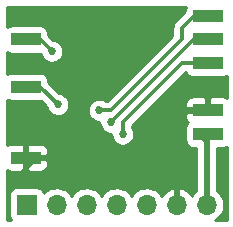
<source format=gbr>
G04 #@! TF.FileFunction,Copper,L1,Top,Signal*
%FSLAX46Y46*%
G04 Gerber Fmt 4.6, Leading zero omitted, Abs format (unit mm)*
G04 Created by KiCad (PCBNEW 4.0.7) date Friday, 11 May 2018 'PMt' 12:15:21 PM*
%MOMM*%
%LPD*%
G01*
G04 APERTURE LIST*
%ADD10C,0.100000*%
%ADD11R,2.500000X1.100000*%
%ADD12R,1.700000X1.700000*%
%ADD13O,1.700000X1.700000*%
%ADD14C,0.685800*%
%ADD15C,0.250000*%
%ADD16C,0.300000*%
%ADD17C,0.500000*%
%ADD18C,0.152400*%
%ADD19C,0.254000*%
G04 APERTURE END LIST*
D10*
D11*
X142300000Y-105500000D03*
X142300000Y-109500000D03*
X142300000Y-115500000D03*
X157700000Y-113500000D03*
X157700000Y-111500000D03*
X157700000Y-107500000D03*
X157700000Y-105500000D03*
X157700000Y-103500000D03*
D12*
X142375000Y-119500000D03*
D13*
X144915000Y-119500000D03*
X147455000Y-119500000D03*
X149995000Y-119500000D03*
X152535000Y-119500000D03*
X155075000Y-119500000D03*
X157615000Y-119500000D03*
D14*
X144500000Y-106500000D03*
X145000000Y-111000000D03*
X148500000Y-111500000D03*
X149500000Y-112500000D03*
X152750000Y-112250000D03*
X141500000Y-107500000D03*
X141500000Y-111500000D03*
X141500000Y-113250000D03*
X141500000Y-117250000D03*
X148500000Y-106500000D03*
X141500000Y-103000000D03*
X143250000Y-103000000D03*
X145000000Y-103000000D03*
X146750000Y-103000000D03*
X148500000Y-103000000D03*
X150250000Y-103000000D03*
X152000000Y-103000000D03*
X153750000Y-103000000D03*
X155500000Y-103000000D03*
X155500000Y-109500000D03*
X158750000Y-109500000D03*
X158750000Y-116750000D03*
X158750000Y-115000000D03*
X155500000Y-111500000D03*
X153800000Y-115500000D03*
X146200000Y-115500000D03*
X150500000Y-113500000D03*
D15*
X143000000Y-105500000D02*
X143500000Y-105500000D01*
D16*
X143500000Y-105500000D02*
X144500000Y-106500000D01*
X143500000Y-109500000D02*
X145000000Y-111000000D01*
D15*
X143000000Y-109500000D02*
X143500000Y-109500000D01*
D16*
X149500000Y-111500000D02*
X148500000Y-111500000D01*
X155500000Y-105500000D02*
X149500000Y-111500000D01*
X155500000Y-104500000D02*
X155500000Y-105500000D01*
X156500000Y-103500000D02*
X155500000Y-104500000D01*
X157000000Y-103500000D02*
X156500000Y-103500000D01*
X157000000Y-105500000D02*
X156500000Y-105500000D01*
X156500000Y-105500000D02*
X149500000Y-112500000D01*
D17*
X157000000Y-111500000D02*
X155500000Y-111500000D01*
D16*
X155500000Y-111500000D02*
X153500000Y-111500000D01*
X153500000Y-111500000D02*
X152750000Y-112250000D01*
X141500000Y-113250000D02*
X141500000Y-111500000D01*
X143000000Y-115500000D02*
X143000000Y-115750000D01*
X143000000Y-115750000D02*
X141500000Y-117250000D01*
X141500000Y-103000000D02*
X145000000Y-103000000D01*
X145000000Y-103000000D02*
X148500000Y-106500000D01*
X145000000Y-103000000D02*
X143250000Y-103000000D01*
X148500000Y-103000000D02*
X146750000Y-103000000D01*
X152000000Y-103000000D02*
X150250000Y-103000000D01*
X155500000Y-103000000D02*
X153750000Y-103000000D01*
X158750000Y-109500000D02*
X155500000Y-109500000D01*
X158750000Y-115000000D02*
X158750000Y-116750000D01*
X153800000Y-115500000D02*
X153800000Y-113200000D01*
X153800000Y-113200000D02*
X155500000Y-111500000D01*
D17*
X143000000Y-115500000D02*
X146200000Y-115500000D01*
X157615000Y-119500000D02*
X157615000Y-114115000D01*
X157615000Y-114115000D02*
X157000000Y-113500000D01*
D16*
X150500000Y-112500000D02*
X150500000Y-113500000D01*
X155500000Y-107500000D02*
X150500000Y-112500000D01*
X157000000Y-107500000D02*
X155500000Y-107500000D01*
D18*
X157000000Y-107500000D02*
X156500000Y-107500000D01*
D19*
G36*
X159290000Y-120790000D02*
X158351197Y-120790000D01*
X158428131Y-120749780D01*
X158654000Y-120568177D01*
X158840294Y-120346161D01*
X158979916Y-120092189D01*
X159067549Y-119815934D01*
X159099855Y-119527919D01*
X159100000Y-119507185D01*
X159100000Y-119492815D01*
X159071718Y-119204377D01*
X158987951Y-118926925D01*
X158851888Y-118671029D01*
X158668713Y-118446433D01*
X158500000Y-118306862D01*
X158500000Y-114688072D01*
X158950000Y-114688072D01*
X159051121Y-114680008D01*
X159222634Y-114626894D01*
X159290000Y-114582503D01*
X159290000Y-120790000D01*
X159290000Y-120790000D01*
G37*
X159290000Y-120790000D02*
X158351197Y-120790000D01*
X158428131Y-120749780D01*
X158654000Y-120568177D01*
X158840294Y-120346161D01*
X158979916Y-120092189D01*
X159067549Y-119815934D01*
X159099855Y-119527919D01*
X159100000Y-119507185D01*
X159100000Y-119492815D01*
X159071718Y-119204377D01*
X158987951Y-118926925D01*
X158851888Y-118671029D01*
X158668713Y-118446433D01*
X158500000Y-118306862D01*
X158500000Y-114688072D01*
X158950000Y-114688072D01*
X159051121Y-114680008D01*
X159222634Y-114626894D01*
X159290000Y-114582503D01*
X159290000Y-120790000D01*
G36*
X155837190Y-102772237D02*
X155811928Y-102950000D01*
X155811928Y-103077914D01*
X154944921Y-103944921D01*
X154898885Y-104000966D01*
X154852286Y-104056501D01*
X154850298Y-104060117D01*
X154847677Y-104063308D01*
X154813394Y-104127245D01*
X154778479Y-104190756D01*
X154777232Y-104194688D01*
X154775280Y-104198328D01*
X154754089Y-104267641D01*
X154732154Y-104336789D01*
X154731693Y-104340897D01*
X154730488Y-104344839D01*
X154723164Y-104416944D01*
X154715077Y-104489040D01*
X154715020Y-104497109D01*
X154715005Y-104497260D01*
X154715018Y-104497400D01*
X154715000Y-104500000D01*
X154715000Y-105174842D01*
X149174842Y-110715000D01*
X149085036Y-110715000D01*
X148967364Y-110635629D01*
X148790572Y-110561313D01*
X148602713Y-110522751D01*
X148410942Y-110521412D01*
X148222562Y-110557347D01*
X148044750Y-110629188D01*
X147884279Y-110734198D01*
X147747260Y-110868376D01*
X147638913Y-111026613D01*
X147563364Y-111202882D01*
X147523492Y-111390467D01*
X147520814Y-111582225D01*
X147555433Y-111770850D01*
X147626031Y-111949159D01*
X147729918Y-112110360D01*
X147863137Y-112248312D01*
X148020613Y-112357761D01*
X148196350Y-112434539D01*
X148383652Y-112475720D01*
X148522261Y-112478623D01*
X148520814Y-112582225D01*
X148555433Y-112770850D01*
X148626031Y-112949159D01*
X148729918Y-113110360D01*
X148863137Y-113248312D01*
X149020613Y-113357761D01*
X149196350Y-113434539D01*
X149383652Y-113475720D01*
X149522261Y-113478623D01*
X149520814Y-113582225D01*
X149555433Y-113770850D01*
X149626031Y-113949159D01*
X149729918Y-114110360D01*
X149863137Y-114248312D01*
X150020613Y-114357761D01*
X150196350Y-114434539D01*
X150383652Y-114475720D01*
X150575387Y-114479736D01*
X150764249Y-114446434D01*
X150943047Y-114377083D01*
X151104969Y-114274325D01*
X151243848Y-114142072D01*
X151354394Y-113985363D01*
X151432396Y-113810167D01*
X151474884Y-113623156D01*
X151477942Y-113404112D01*
X151440693Y-113215988D01*
X151367613Y-113038682D01*
X151285000Y-112914341D01*
X151285000Y-112825158D01*
X153222700Y-110887458D01*
X155815000Y-110887458D01*
X155815000Y-111214250D01*
X155973750Y-111373000D01*
X157573000Y-111373000D01*
X157573000Y-110473750D01*
X157414250Y-110315000D01*
X156387458Y-110315000D01*
X156264777Y-110339403D01*
X156149215Y-110387270D01*
X156045211Y-110456763D01*
X155956763Y-110545211D01*
X155887270Y-110649215D01*
X155839403Y-110764777D01*
X155815000Y-110887458D01*
X153222700Y-110887458D01*
X155825158Y-108285000D01*
X155861452Y-108285000D01*
X155873106Y-108322634D01*
X155971900Y-108472559D01*
X156108550Y-108589025D01*
X156272237Y-108662810D01*
X156450000Y-108688072D01*
X158950000Y-108688072D01*
X159051121Y-108680008D01*
X159222634Y-108626894D01*
X159290000Y-108582503D01*
X159290000Y-110413473D01*
X159250785Y-110387270D01*
X159135223Y-110339403D01*
X159012542Y-110315000D01*
X157985750Y-110315000D01*
X157827000Y-110473750D01*
X157827000Y-111373000D01*
X157847000Y-111373000D01*
X157847000Y-111627000D01*
X157827000Y-111627000D01*
X157827000Y-111647000D01*
X157573000Y-111647000D01*
X157573000Y-111627000D01*
X155973750Y-111627000D01*
X155815000Y-111785750D01*
X155815000Y-112112542D01*
X155839403Y-112235223D01*
X155887270Y-112350785D01*
X155956763Y-112454789D01*
X156002793Y-112500819D01*
X155910975Y-112608550D01*
X155837190Y-112772237D01*
X155811928Y-112950000D01*
X155811928Y-114050000D01*
X155819992Y-114151121D01*
X155873106Y-114322634D01*
X155971900Y-114472559D01*
X156108550Y-114589025D01*
X156272237Y-114662810D01*
X156450000Y-114688072D01*
X156730000Y-114688072D01*
X156730000Y-118308004D01*
X156576000Y-118431823D01*
X156389706Y-118653839D01*
X156342400Y-118739889D01*
X156270178Y-118618645D01*
X156075269Y-118402412D01*
X155841920Y-118228359D01*
X155579099Y-118103175D01*
X155431890Y-118058524D01*
X155202000Y-118179845D01*
X155202000Y-119373000D01*
X155222000Y-119373000D01*
X155222000Y-119627000D01*
X155202000Y-119627000D01*
X155202000Y-119647000D01*
X154948000Y-119647000D01*
X154948000Y-119627000D01*
X154928000Y-119627000D01*
X154928000Y-119373000D01*
X154948000Y-119373000D01*
X154948000Y-118179845D01*
X154718110Y-118058524D01*
X154570901Y-118103175D01*
X154308080Y-118228359D01*
X154074731Y-118402412D01*
X153879822Y-118618645D01*
X153808077Y-118739090D01*
X153771888Y-118671029D01*
X153588713Y-118446433D01*
X153365401Y-118261694D01*
X153110461Y-118123848D01*
X152833601Y-118038146D01*
X152545367Y-118007851D01*
X152256739Y-118034118D01*
X151978709Y-118115947D01*
X151721869Y-118250220D01*
X151496000Y-118431823D01*
X151309706Y-118653839D01*
X151265502Y-118734247D01*
X151231888Y-118671029D01*
X151048713Y-118446433D01*
X150825401Y-118261694D01*
X150570461Y-118123848D01*
X150293601Y-118038146D01*
X150005367Y-118007851D01*
X149716739Y-118034118D01*
X149438709Y-118115947D01*
X149181869Y-118250220D01*
X148956000Y-118431823D01*
X148769706Y-118653839D01*
X148725502Y-118734247D01*
X148691888Y-118671029D01*
X148508713Y-118446433D01*
X148285401Y-118261694D01*
X148030461Y-118123848D01*
X147753601Y-118038146D01*
X147465367Y-118007851D01*
X147176739Y-118034118D01*
X146898709Y-118115947D01*
X146641869Y-118250220D01*
X146416000Y-118431823D01*
X146229706Y-118653839D01*
X146185502Y-118734247D01*
X146151888Y-118671029D01*
X145968713Y-118446433D01*
X145745401Y-118261694D01*
X145490461Y-118123848D01*
X145213601Y-118038146D01*
X144925367Y-118007851D01*
X144636739Y-118034118D01*
X144358709Y-118115947D01*
X144101869Y-118250220D01*
X143876000Y-118431823D01*
X143834189Y-118481651D01*
X143801894Y-118377366D01*
X143703100Y-118227441D01*
X143566450Y-118110975D01*
X143402763Y-118037190D01*
X143225000Y-118011928D01*
X141525000Y-118011928D01*
X141423879Y-118019992D01*
X141252366Y-118073106D01*
X141102441Y-118171900D01*
X140985975Y-118308550D01*
X140912190Y-118472237D01*
X140886928Y-118650000D01*
X140886928Y-120350000D01*
X140894992Y-120451121D01*
X140948106Y-120622634D01*
X141046900Y-120772559D01*
X141067364Y-120790000D01*
X140710000Y-120790000D01*
X140710000Y-116586527D01*
X140749215Y-116612730D01*
X140864777Y-116660597D01*
X140987458Y-116685000D01*
X142014250Y-116685000D01*
X142173000Y-116526250D01*
X142173000Y-115627000D01*
X142427000Y-115627000D01*
X142427000Y-116526250D01*
X142585750Y-116685000D01*
X143612542Y-116685000D01*
X143735223Y-116660597D01*
X143850785Y-116612730D01*
X143954789Y-116543237D01*
X144043237Y-116454789D01*
X144112730Y-116350785D01*
X144160597Y-116235223D01*
X144185000Y-116112542D01*
X144185000Y-115785750D01*
X144026250Y-115627000D01*
X142427000Y-115627000D01*
X142173000Y-115627000D01*
X142153000Y-115627000D01*
X142153000Y-115373000D01*
X142173000Y-115373000D01*
X142173000Y-114473750D01*
X142427000Y-114473750D01*
X142427000Y-115373000D01*
X144026250Y-115373000D01*
X144185000Y-115214250D01*
X144185000Y-114887458D01*
X144160597Y-114764777D01*
X144112730Y-114649215D01*
X144043237Y-114545211D01*
X143954789Y-114456763D01*
X143850785Y-114387270D01*
X143735223Y-114339403D01*
X143612542Y-114315000D01*
X142585750Y-114315000D01*
X142427000Y-114473750D01*
X142173000Y-114473750D01*
X142014250Y-114315000D01*
X140987458Y-114315000D01*
X140864777Y-114339403D01*
X140749215Y-114387270D01*
X140710000Y-114413473D01*
X140710000Y-110589679D01*
X140872237Y-110662810D01*
X141050000Y-110688072D01*
X143550000Y-110688072D01*
X143575852Y-110686010D01*
X144031772Y-111141930D01*
X144055433Y-111270850D01*
X144126031Y-111449159D01*
X144229918Y-111610360D01*
X144363137Y-111748312D01*
X144520613Y-111857761D01*
X144696350Y-111934539D01*
X144883652Y-111975720D01*
X145075387Y-111979736D01*
X145264249Y-111946434D01*
X145443047Y-111877083D01*
X145604969Y-111774325D01*
X145743848Y-111642072D01*
X145854394Y-111485363D01*
X145932396Y-111310167D01*
X145974884Y-111123156D01*
X145977942Y-110904112D01*
X145940693Y-110715988D01*
X145867613Y-110538682D01*
X145761485Y-110378948D01*
X145626353Y-110242869D01*
X145467364Y-110135629D01*
X145290572Y-110061313D01*
X145140708Y-110030550D01*
X144188072Y-109077914D01*
X144188072Y-108950000D01*
X144180008Y-108848879D01*
X144126894Y-108677366D01*
X144028100Y-108527441D01*
X143891450Y-108410975D01*
X143727763Y-108337190D01*
X143550000Y-108311928D01*
X141050000Y-108311928D01*
X140948879Y-108319992D01*
X140777366Y-108373106D01*
X140710000Y-108417497D01*
X140710000Y-106589679D01*
X140872237Y-106662810D01*
X141050000Y-106688072D01*
X143540240Y-106688072D01*
X143555433Y-106770850D01*
X143626031Y-106949159D01*
X143729918Y-107110360D01*
X143863137Y-107248312D01*
X144020613Y-107357761D01*
X144196350Y-107434539D01*
X144383652Y-107475720D01*
X144575387Y-107479736D01*
X144764249Y-107446434D01*
X144943047Y-107377083D01*
X145104969Y-107274325D01*
X145243848Y-107142072D01*
X145354394Y-106985363D01*
X145432396Y-106810167D01*
X145474884Y-106623156D01*
X145477942Y-106404112D01*
X145440693Y-106215988D01*
X145367613Y-106038682D01*
X145261485Y-105878948D01*
X145126353Y-105742869D01*
X144967364Y-105635629D01*
X144790572Y-105561313D01*
X144640708Y-105530550D01*
X144188072Y-105077914D01*
X144188072Y-104950000D01*
X144180008Y-104848879D01*
X144126894Y-104677366D01*
X144028100Y-104527441D01*
X143891450Y-104410975D01*
X143727763Y-104337190D01*
X143550000Y-104311928D01*
X141050000Y-104311928D01*
X140948879Y-104319992D01*
X140777366Y-104373106D01*
X140710000Y-104417497D01*
X140710000Y-102710000D01*
X155865245Y-102710000D01*
X155837190Y-102772237D01*
X155837190Y-102772237D01*
G37*
X155837190Y-102772237D02*
X155811928Y-102950000D01*
X155811928Y-103077914D01*
X154944921Y-103944921D01*
X154898885Y-104000966D01*
X154852286Y-104056501D01*
X154850298Y-104060117D01*
X154847677Y-104063308D01*
X154813394Y-104127245D01*
X154778479Y-104190756D01*
X154777232Y-104194688D01*
X154775280Y-104198328D01*
X154754089Y-104267641D01*
X154732154Y-104336789D01*
X154731693Y-104340897D01*
X154730488Y-104344839D01*
X154723164Y-104416944D01*
X154715077Y-104489040D01*
X154715020Y-104497109D01*
X154715005Y-104497260D01*
X154715018Y-104497400D01*
X154715000Y-104500000D01*
X154715000Y-105174842D01*
X149174842Y-110715000D01*
X149085036Y-110715000D01*
X148967364Y-110635629D01*
X148790572Y-110561313D01*
X148602713Y-110522751D01*
X148410942Y-110521412D01*
X148222562Y-110557347D01*
X148044750Y-110629188D01*
X147884279Y-110734198D01*
X147747260Y-110868376D01*
X147638913Y-111026613D01*
X147563364Y-111202882D01*
X147523492Y-111390467D01*
X147520814Y-111582225D01*
X147555433Y-111770850D01*
X147626031Y-111949159D01*
X147729918Y-112110360D01*
X147863137Y-112248312D01*
X148020613Y-112357761D01*
X148196350Y-112434539D01*
X148383652Y-112475720D01*
X148522261Y-112478623D01*
X148520814Y-112582225D01*
X148555433Y-112770850D01*
X148626031Y-112949159D01*
X148729918Y-113110360D01*
X148863137Y-113248312D01*
X149020613Y-113357761D01*
X149196350Y-113434539D01*
X149383652Y-113475720D01*
X149522261Y-113478623D01*
X149520814Y-113582225D01*
X149555433Y-113770850D01*
X149626031Y-113949159D01*
X149729918Y-114110360D01*
X149863137Y-114248312D01*
X150020613Y-114357761D01*
X150196350Y-114434539D01*
X150383652Y-114475720D01*
X150575387Y-114479736D01*
X150764249Y-114446434D01*
X150943047Y-114377083D01*
X151104969Y-114274325D01*
X151243848Y-114142072D01*
X151354394Y-113985363D01*
X151432396Y-113810167D01*
X151474884Y-113623156D01*
X151477942Y-113404112D01*
X151440693Y-113215988D01*
X151367613Y-113038682D01*
X151285000Y-112914341D01*
X151285000Y-112825158D01*
X153222700Y-110887458D01*
X155815000Y-110887458D01*
X155815000Y-111214250D01*
X155973750Y-111373000D01*
X157573000Y-111373000D01*
X157573000Y-110473750D01*
X157414250Y-110315000D01*
X156387458Y-110315000D01*
X156264777Y-110339403D01*
X156149215Y-110387270D01*
X156045211Y-110456763D01*
X155956763Y-110545211D01*
X155887270Y-110649215D01*
X155839403Y-110764777D01*
X155815000Y-110887458D01*
X153222700Y-110887458D01*
X155825158Y-108285000D01*
X155861452Y-108285000D01*
X155873106Y-108322634D01*
X155971900Y-108472559D01*
X156108550Y-108589025D01*
X156272237Y-108662810D01*
X156450000Y-108688072D01*
X158950000Y-108688072D01*
X159051121Y-108680008D01*
X159222634Y-108626894D01*
X159290000Y-108582503D01*
X159290000Y-110413473D01*
X159250785Y-110387270D01*
X159135223Y-110339403D01*
X159012542Y-110315000D01*
X157985750Y-110315000D01*
X157827000Y-110473750D01*
X157827000Y-111373000D01*
X157847000Y-111373000D01*
X157847000Y-111627000D01*
X157827000Y-111627000D01*
X157827000Y-111647000D01*
X157573000Y-111647000D01*
X157573000Y-111627000D01*
X155973750Y-111627000D01*
X155815000Y-111785750D01*
X155815000Y-112112542D01*
X155839403Y-112235223D01*
X155887270Y-112350785D01*
X155956763Y-112454789D01*
X156002793Y-112500819D01*
X155910975Y-112608550D01*
X155837190Y-112772237D01*
X155811928Y-112950000D01*
X155811928Y-114050000D01*
X155819992Y-114151121D01*
X155873106Y-114322634D01*
X155971900Y-114472559D01*
X156108550Y-114589025D01*
X156272237Y-114662810D01*
X156450000Y-114688072D01*
X156730000Y-114688072D01*
X156730000Y-118308004D01*
X156576000Y-118431823D01*
X156389706Y-118653839D01*
X156342400Y-118739889D01*
X156270178Y-118618645D01*
X156075269Y-118402412D01*
X155841920Y-118228359D01*
X155579099Y-118103175D01*
X155431890Y-118058524D01*
X155202000Y-118179845D01*
X155202000Y-119373000D01*
X155222000Y-119373000D01*
X155222000Y-119627000D01*
X155202000Y-119627000D01*
X155202000Y-119647000D01*
X154948000Y-119647000D01*
X154948000Y-119627000D01*
X154928000Y-119627000D01*
X154928000Y-119373000D01*
X154948000Y-119373000D01*
X154948000Y-118179845D01*
X154718110Y-118058524D01*
X154570901Y-118103175D01*
X154308080Y-118228359D01*
X154074731Y-118402412D01*
X153879822Y-118618645D01*
X153808077Y-118739090D01*
X153771888Y-118671029D01*
X153588713Y-118446433D01*
X153365401Y-118261694D01*
X153110461Y-118123848D01*
X152833601Y-118038146D01*
X152545367Y-118007851D01*
X152256739Y-118034118D01*
X151978709Y-118115947D01*
X151721869Y-118250220D01*
X151496000Y-118431823D01*
X151309706Y-118653839D01*
X151265502Y-118734247D01*
X151231888Y-118671029D01*
X151048713Y-118446433D01*
X150825401Y-118261694D01*
X150570461Y-118123848D01*
X150293601Y-118038146D01*
X150005367Y-118007851D01*
X149716739Y-118034118D01*
X149438709Y-118115947D01*
X149181869Y-118250220D01*
X148956000Y-118431823D01*
X148769706Y-118653839D01*
X148725502Y-118734247D01*
X148691888Y-118671029D01*
X148508713Y-118446433D01*
X148285401Y-118261694D01*
X148030461Y-118123848D01*
X147753601Y-118038146D01*
X147465367Y-118007851D01*
X147176739Y-118034118D01*
X146898709Y-118115947D01*
X146641869Y-118250220D01*
X146416000Y-118431823D01*
X146229706Y-118653839D01*
X146185502Y-118734247D01*
X146151888Y-118671029D01*
X145968713Y-118446433D01*
X145745401Y-118261694D01*
X145490461Y-118123848D01*
X145213601Y-118038146D01*
X144925367Y-118007851D01*
X144636739Y-118034118D01*
X144358709Y-118115947D01*
X144101869Y-118250220D01*
X143876000Y-118431823D01*
X143834189Y-118481651D01*
X143801894Y-118377366D01*
X143703100Y-118227441D01*
X143566450Y-118110975D01*
X143402763Y-118037190D01*
X143225000Y-118011928D01*
X141525000Y-118011928D01*
X141423879Y-118019992D01*
X141252366Y-118073106D01*
X141102441Y-118171900D01*
X140985975Y-118308550D01*
X140912190Y-118472237D01*
X140886928Y-118650000D01*
X140886928Y-120350000D01*
X140894992Y-120451121D01*
X140948106Y-120622634D01*
X141046900Y-120772559D01*
X141067364Y-120790000D01*
X140710000Y-120790000D01*
X140710000Y-116586527D01*
X140749215Y-116612730D01*
X140864777Y-116660597D01*
X140987458Y-116685000D01*
X142014250Y-116685000D01*
X142173000Y-116526250D01*
X142173000Y-115627000D01*
X142427000Y-115627000D01*
X142427000Y-116526250D01*
X142585750Y-116685000D01*
X143612542Y-116685000D01*
X143735223Y-116660597D01*
X143850785Y-116612730D01*
X143954789Y-116543237D01*
X144043237Y-116454789D01*
X144112730Y-116350785D01*
X144160597Y-116235223D01*
X144185000Y-116112542D01*
X144185000Y-115785750D01*
X144026250Y-115627000D01*
X142427000Y-115627000D01*
X142173000Y-115627000D01*
X142153000Y-115627000D01*
X142153000Y-115373000D01*
X142173000Y-115373000D01*
X142173000Y-114473750D01*
X142427000Y-114473750D01*
X142427000Y-115373000D01*
X144026250Y-115373000D01*
X144185000Y-115214250D01*
X144185000Y-114887458D01*
X144160597Y-114764777D01*
X144112730Y-114649215D01*
X144043237Y-114545211D01*
X143954789Y-114456763D01*
X143850785Y-114387270D01*
X143735223Y-114339403D01*
X143612542Y-114315000D01*
X142585750Y-114315000D01*
X142427000Y-114473750D01*
X142173000Y-114473750D01*
X142014250Y-114315000D01*
X140987458Y-114315000D01*
X140864777Y-114339403D01*
X140749215Y-114387270D01*
X140710000Y-114413473D01*
X140710000Y-110589679D01*
X140872237Y-110662810D01*
X141050000Y-110688072D01*
X143550000Y-110688072D01*
X143575852Y-110686010D01*
X144031772Y-111141930D01*
X144055433Y-111270850D01*
X144126031Y-111449159D01*
X144229918Y-111610360D01*
X144363137Y-111748312D01*
X144520613Y-111857761D01*
X144696350Y-111934539D01*
X144883652Y-111975720D01*
X145075387Y-111979736D01*
X145264249Y-111946434D01*
X145443047Y-111877083D01*
X145604969Y-111774325D01*
X145743848Y-111642072D01*
X145854394Y-111485363D01*
X145932396Y-111310167D01*
X145974884Y-111123156D01*
X145977942Y-110904112D01*
X145940693Y-110715988D01*
X145867613Y-110538682D01*
X145761485Y-110378948D01*
X145626353Y-110242869D01*
X145467364Y-110135629D01*
X145290572Y-110061313D01*
X145140708Y-110030550D01*
X144188072Y-109077914D01*
X144188072Y-108950000D01*
X144180008Y-108848879D01*
X144126894Y-108677366D01*
X144028100Y-108527441D01*
X143891450Y-108410975D01*
X143727763Y-108337190D01*
X143550000Y-108311928D01*
X141050000Y-108311928D01*
X140948879Y-108319992D01*
X140777366Y-108373106D01*
X140710000Y-108417497D01*
X140710000Y-106589679D01*
X140872237Y-106662810D01*
X141050000Y-106688072D01*
X143540240Y-106688072D01*
X143555433Y-106770850D01*
X143626031Y-106949159D01*
X143729918Y-107110360D01*
X143863137Y-107248312D01*
X144020613Y-107357761D01*
X144196350Y-107434539D01*
X144383652Y-107475720D01*
X144575387Y-107479736D01*
X144764249Y-107446434D01*
X144943047Y-107377083D01*
X145104969Y-107274325D01*
X145243848Y-107142072D01*
X145354394Y-106985363D01*
X145432396Y-106810167D01*
X145474884Y-106623156D01*
X145477942Y-106404112D01*
X145440693Y-106215988D01*
X145367613Y-106038682D01*
X145261485Y-105878948D01*
X145126353Y-105742869D01*
X144967364Y-105635629D01*
X144790572Y-105561313D01*
X144640708Y-105530550D01*
X144188072Y-105077914D01*
X144188072Y-104950000D01*
X144180008Y-104848879D01*
X144126894Y-104677366D01*
X144028100Y-104527441D01*
X143891450Y-104410975D01*
X143727763Y-104337190D01*
X143550000Y-104311928D01*
X141050000Y-104311928D01*
X140948879Y-104319992D01*
X140777366Y-104373106D01*
X140710000Y-104417497D01*
X140710000Y-102710000D01*
X155865245Y-102710000D01*
X155837190Y-102772237D01*
M02*

</source>
